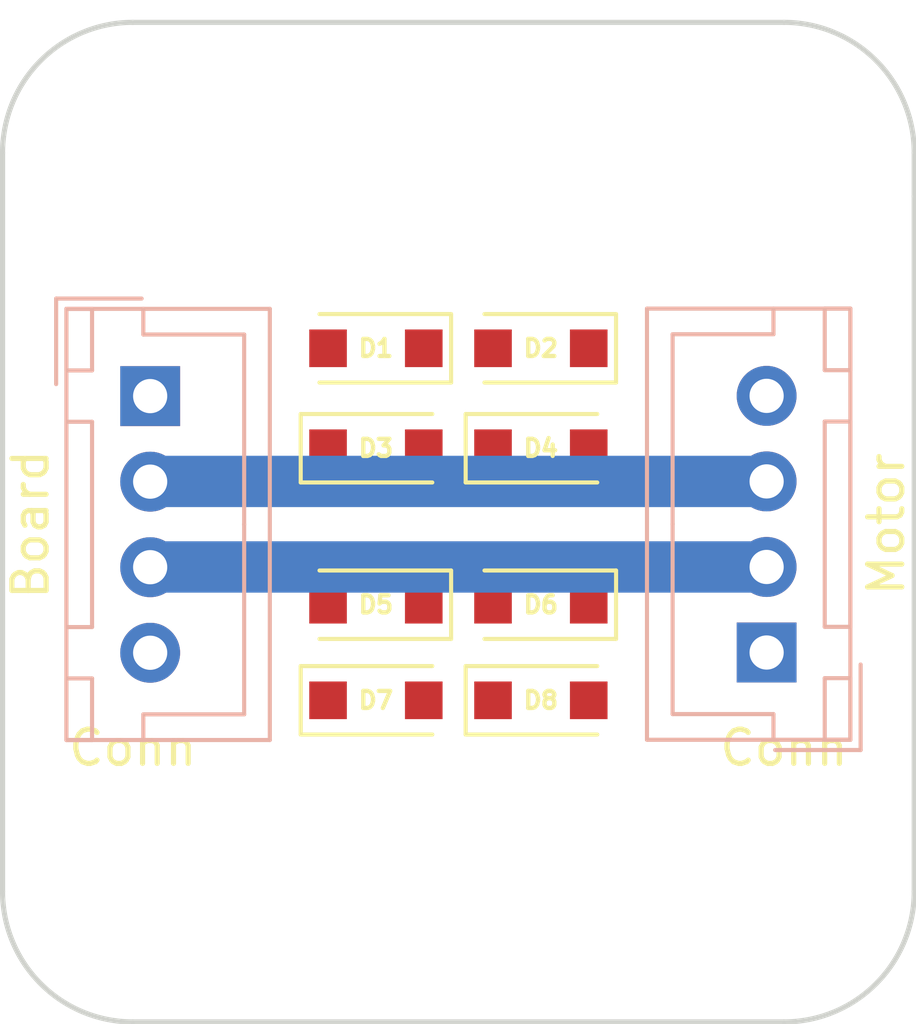
<source format=kicad_pcb>
(kicad_pcb (version 4) (host pcbnew 4.0.6)

  (general
    (links 14)
    (no_connects 14)
    (area 125.654999 52.075 152.557 83.915)
    (thickness 1.6)
    (drawings 9)
    (tracks 4)
    (zones 0)
    (modules 14)
    (nets 11)
  )

  (page A4)
  (layers
    (0 F.Cu signal)
    (31 B.Cu signal)
    (32 B.Adhes user)
    (33 F.Adhes user)
    (34 B.Paste user)
    (35 F.Paste user)
    (36 B.SilkS user)
    (37 F.SilkS user)
    (38 B.Mask user)
    (39 F.Mask user)
    (40 Dwgs.User user)
    (41 Cmts.User user)
    (42 Eco1.User user)
    (43 Eco2.User user)
    (44 Edge.Cuts user)
    (45 Margin user)
    (46 B.CrtYd user)
    (47 F.CrtYd user)
    (48 B.Fab user hide)
    (49 F.Fab user hide)
  )

  (setup
    (last_trace_width 1.5)
    (user_trace_width 1)
    (user_trace_width 1.5)
    (trace_clearance 0.1)
    (zone_clearance 0.508)
    (zone_45_only no)
    (trace_min 0.2)
    (segment_width 0.2)
    (edge_width 0.15)
    (via_size 0.8)
    (via_drill 0.4)
    (via_min_size 0.4)
    (via_min_drill 0.3)
    (uvia_size 0.3)
    (uvia_drill 0.1)
    (uvias_allowed yes)
    (uvia_min_size 0.2)
    (uvia_min_drill 0.1)
    (pcb_text_width 0.3)
    (pcb_text_size 1.5 1.5)
    (mod_edge_width 0.15)
    (mod_text_size 1 1)
    (mod_text_width 0.15)
    (pad_size 1.524 1.524)
    (pad_drill 0.762)
    (pad_to_mask_clearance 0.2)
    (aux_axis_origin 0 0)
    (visible_elements 7FFFFFFF)
    (pcbplotparams
      (layerselection 0x00030_ffffffff)
      (usegerberextensions false)
      (excludeedgelayer true)
      (linewidth 0.100000)
      (plotframeref false)
      (viasonmask false)
      (mode 1)
      (useauxorigin false)
      (hpglpennumber 1)
      (hpglpenspeed 20)
      (hpglpendiameter 15)
      (hpglpenoverlay 2)
      (psnegative false)
      (psa4output false)
      (plotreference true)
      (plotvalue true)
      (plotinvisibletext false)
      (padsonsilk false)
      (subtractmaskfromsilk false)
      (outputformat 1)
      (mirror false)
      (drillshape 1)
      (scaleselection 1)
      (outputdirectory ""))
  )

  (net 0 "")
  (net 1 "Net-(D1-Pad2)")
  (net 2 "Net-(D2-Pad1)")
  (net 3 "Net-(D5-Pad1)")
  (net 4 "Net-(D6-Pad2)")
  (net 5 "Net-(J1-Pad3)")
  (net 6 "Net-(J1-Pad2)")
  (net 7 "Net-(D1-Pad1)")
  (net 8 "Net-(D3-Pad2)")
  (net 9 "Net-(D5-Pad2)")
  (net 10 "Net-(D7-Pad1)")

  (net_class Default "Questo è il gruppo di collegamenti predefinito"
    (clearance 0.1)
    (trace_width 0.25)
    (via_dia 0.8)
    (via_drill 0.4)
    (uvia_dia 0.3)
    (uvia_drill 0.1)
    (add_net "Net-(D1-Pad1)")
    (add_net "Net-(D1-Pad2)")
    (add_net "Net-(D2-Pad1)")
    (add_net "Net-(D3-Pad2)")
    (add_net "Net-(D5-Pad1)")
    (add_net "Net-(D5-Pad2)")
    (add_net "Net-(D6-Pad2)")
    (add_net "Net-(D7-Pad1)")
    (add_net "Net-(J1-Pad2)")
    (add_net "Net-(J1-Pad3)")
  )

  (module Diodes_SMD:D_SOD-123F (layer F.Cu) (tedit 5AA04AEB) (tstamp 5AA04649)
    (at 141.478 70.358 180)
    (descr D_SOD-123F)
    (tags D_SOD-123F)
    (path /5AA1E5E7)
    (attr smd)
    (fp_text reference D6 (at 0 0 180) (layer F.SilkS)
      (effects (font (size 0.5 0.5) (thickness 0.125)))
    )
    (fp_text value D (at 0 2.1 180) (layer F.Fab)
      (effects (font (size 1 1) (thickness 0.15)))
    )
    (fp_text user %R (at -0.127 -1.905 180) (layer F.Fab)
      (effects (font (size 1 1) (thickness 0.15)))
    )
    (fp_line (start -2.2 -1) (end -2.2 1) (layer F.SilkS) (width 0.12))
    (fp_line (start 0.25 0) (end 0.75 0) (layer F.Fab) (width 0.1))
    (fp_line (start 0.25 0.4) (end -0.35 0) (layer F.Fab) (width 0.1))
    (fp_line (start 0.25 -0.4) (end 0.25 0.4) (layer F.Fab) (width 0.1))
    (fp_line (start -0.35 0) (end 0.25 -0.4) (layer F.Fab) (width 0.1))
    (fp_line (start -0.35 0) (end -0.35 0.55) (layer F.Fab) (width 0.1))
    (fp_line (start -0.35 0) (end -0.35 -0.55) (layer F.Fab) (width 0.1))
    (fp_line (start -0.75 0) (end -0.35 0) (layer F.Fab) (width 0.1))
    (fp_line (start -1.4 0.9) (end -1.4 -0.9) (layer F.Fab) (width 0.1))
    (fp_line (start 1.4 0.9) (end -1.4 0.9) (layer F.Fab) (width 0.1))
    (fp_line (start 1.4 -0.9) (end 1.4 0.9) (layer F.Fab) (width 0.1))
    (fp_line (start -1.4 -0.9) (end 1.4 -0.9) (layer F.Fab) (width 0.1))
    (fp_line (start -2.2 -1.15) (end 2.2 -1.15) (layer F.CrtYd) (width 0.05))
    (fp_line (start 2.2 -1.15) (end 2.2 1.15) (layer F.CrtYd) (width 0.05))
    (fp_line (start 2.2 1.15) (end -2.2 1.15) (layer F.CrtYd) (width 0.05))
    (fp_line (start -2.2 -1.15) (end -2.2 1.15) (layer F.CrtYd) (width 0.05))
    (fp_line (start -2.2 1) (end 1.65 1) (layer F.SilkS) (width 0.12))
    (fp_line (start -2.2 -1) (end 1.65 -1) (layer F.SilkS) (width 0.12))
    (pad 1 smd rect (at -1.4 0 180) (size 1.1 1.1) (layers F.Cu F.Paste F.Mask)
      (net 9 "Net-(D5-Pad2)"))
    (pad 2 smd rect (at 1.4 0 180) (size 1.1 1.1) (layers F.Cu F.Paste F.Mask)
      (net 4 "Net-(D6-Pad2)"))
    (model ${KISYS3DMOD}/Diodes_SMD.3dshapes/D_SOD-123F.wrl
      (at (xyz 0 0 0))
      (scale (xyz 1 1 1))
      (rotate (xyz 0 0 0))
    )
  )

  (module Connectors_JST:JST_XH_B04B-XH-A_04x2.50mm_Straight (layer B.Cu) (tedit 5AA04C4D) (tstamp 5A9D87E7)
    (at 130.048 64.262 270)
    (descr "JST XH series connector, B04B-XH-A, top entry type, through hole")
    (tags "connector jst xh tht top vertical 2.50mm")
    (path /5AA1DEAE)
    (fp_text reference Board (at 3.75 3.5 450) (layer F.SilkS)
      (effects (font (size 1 1) (thickness 0.15)))
    )
    (fp_text value CONN_01X04 (at 3.75 -4.5 270) (layer B.Fab)
      (effects (font (size 0.5 0.5) (thickness 0.125)) (justify mirror))
    )
    (fp_text user %R (at 3.75 -2.5 270) (layer B.Fab)
      (effects (font (size 1 1) (thickness 0.15)) (justify mirror))
    )
    (fp_line (start -2.85 2.75) (end -2.85 0.25) (layer B.Fab) (width 0.1))
    (fp_line (start -0.35 2.75) (end -2.85 2.75) (layer B.Fab) (width 0.1))
    (fp_line (start -2.85 2.75) (end -2.85 0.25) (layer B.SilkS) (width 0.12))
    (fp_line (start -0.35 2.75) (end -2.85 2.75) (layer B.SilkS) (width 0.12))
    (fp_line (start 9.3 -2.75) (end 3.75 -2.75) (layer B.SilkS) (width 0.12))
    (fp_line (start 9.3 0.2) (end 9.3 -2.75) (layer B.SilkS) (width 0.12))
    (fp_line (start 10.05 0.2) (end 9.3 0.2) (layer B.SilkS) (width 0.12))
    (fp_line (start -1.8 -2.75) (end 3.75 -2.75) (layer B.SilkS) (width 0.12))
    (fp_line (start -1.8 0.2) (end -1.8 -2.75) (layer B.SilkS) (width 0.12))
    (fp_line (start -2.55 0.2) (end -1.8 0.2) (layer B.SilkS) (width 0.12))
    (fp_line (start 10.05 2.45) (end 8.25 2.45) (layer B.SilkS) (width 0.12))
    (fp_line (start 10.05 1.7) (end 10.05 2.45) (layer B.SilkS) (width 0.12))
    (fp_line (start 8.25 1.7) (end 10.05 1.7) (layer B.SilkS) (width 0.12))
    (fp_line (start 8.25 2.45) (end 8.25 1.7) (layer B.SilkS) (width 0.12))
    (fp_line (start -0.75 2.45) (end -2.55 2.45) (layer B.SilkS) (width 0.12))
    (fp_line (start -0.75 1.7) (end -0.75 2.45) (layer B.SilkS) (width 0.12))
    (fp_line (start -2.55 1.7) (end -0.75 1.7) (layer B.SilkS) (width 0.12))
    (fp_line (start -2.55 2.45) (end -2.55 1.7) (layer B.SilkS) (width 0.12))
    (fp_line (start 6.75 2.45) (end 0.75 2.45) (layer B.SilkS) (width 0.12))
    (fp_line (start 6.75 1.7) (end 6.75 2.45) (layer B.SilkS) (width 0.12))
    (fp_line (start 0.75 1.7) (end 6.75 1.7) (layer B.SilkS) (width 0.12))
    (fp_line (start 0.75 2.45) (end 0.75 1.7) (layer B.SilkS) (width 0.12))
    (fp_line (start 10.05 2.45) (end -2.55 2.45) (layer B.SilkS) (width 0.12))
    (fp_line (start 10.05 -3.5) (end 10.05 2.45) (layer B.SilkS) (width 0.12))
    (fp_line (start -2.55 -3.5) (end 10.05 -3.5) (layer B.SilkS) (width 0.12))
    (fp_line (start -2.55 2.45) (end -2.55 -3.5) (layer B.SilkS) (width 0.12))
    (fp_line (start 10.45 2.85) (end -2.95 2.85) (layer B.CrtYd) (width 0.05))
    (fp_line (start 10.45 -3.9) (end 10.45 2.85) (layer B.CrtYd) (width 0.05))
    (fp_line (start -2.95 -3.9) (end 10.45 -3.9) (layer B.CrtYd) (width 0.05))
    (fp_line (start -2.95 2.85) (end -2.95 -3.9) (layer B.CrtYd) (width 0.05))
    (fp_line (start 9.95 2.35) (end -2.45 2.35) (layer B.Fab) (width 0.1))
    (fp_line (start 9.95 -3.4) (end 9.95 2.35) (layer B.Fab) (width 0.1))
    (fp_line (start -2.45 -3.4) (end 9.95 -3.4) (layer B.Fab) (width 0.1))
    (fp_line (start -2.45 2.35) (end -2.45 -3.4) (layer B.Fab) (width 0.1))
    (pad 4 thru_hole circle (at 7.5 0 270) (size 1.75 1.75) (drill 1) (layers *.Cu *.Mask)
      (net 1 "Net-(D1-Pad2)"))
    (pad 3 thru_hole circle (at 5 0 270) (size 1.75 1.75) (drill 1) (layers *.Cu *.Mask)
      (net 5 "Net-(J1-Pad3)"))
    (pad 2 thru_hole circle (at 2.5 0 270) (size 1.75 1.75) (drill 1) (layers *.Cu *.Mask)
      (net 6 "Net-(J1-Pad2)"))
    (pad 1 thru_hole rect (at 0 0 270) (size 1.75 1.75) (drill 1) (layers *.Cu *.Mask)
      (net 3 "Net-(D5-Pad1)"))
    (model Connectors_JST.3dshapes/JST_XH_B04B-XH-A_04x2.50mm_Straight.wrl
      (at (xyz 0 0 0))
      (scale (xyz 1 1 1))
      (rotate (xyz 0 0 0))
    )
  )

  (module Mounting_Holes:MountingHole_3.2mm_M3 (layer F.Cu) (tedit 5A9D1AEB) (tstamp 5A9D9195)
    (at 129.54 57.15)
    (descr "Mounting Hole 3.2mm, no annular, M3")
    (tags "mounting hole 3.2mm no annular m3")
    (attr virtual)
    (fp_text reference "" (at 0 -4.2) (layer F.SilkS)
      (effects (font (size 1 1) (thickness 0.15)))
    )
    (fp_text value "" (at 0 4.2) (layer F.Fab)
      (effects (font (size 1 1) (thickness 0.15)))
    )
    (fp_circle (center 0 0) (end 3.45 0) (layer F.CrtYd) (width 0.05))
    (fp_circle (center 0 0) (end 3.2 0) (layer Cmts.User) (width 0.15))
    (fp_text user %R (at 0.3 0) (layer F.Fab)
      (effects (font (size 1 1) (thickness 0.15)))
    )
    (pad 1 np_thru_hole circle (at 0 0) (size 3.2 3.2) (drill 3.2) (layers *.Cu *.Mask))
  )

  (module Mounting_Holes:MountingHole_3.2mm_M3 (layer F.Cu) (tedit 5A9D1AE6) (tstamp 5A9D918E)
    (at 148.59 57.15)
    (descr "Mounting Hole 3.2mm, no annular, M3")
    (tags "mounting hole 3.2mm no annular m3")
    (attr virtual)
    (fp_text reference "" (at 0 -4.2) (layer F.SilkS)
      (effects (font (size 1 1) (thickness 0.15)))
    )
    (fp_text value "" (at 0 4.2) (layer F.Fab)
      (effects (font (size 1 1) (thickness 0.15)))
    )
    (fp_text user %R (at 0.3 0) (layer F.Fab)
      (effects (font (size 1 1) (thickness 0.15)))
    )
    (fp_circle (center 0 0) (end 3.2 0) (layer Cmts.User) (width 0.15))
    (fp_circle (center 0 0) (end 3.45 0) (layer F.CrtYd) (width 0.05))
    (pad 1 np_thru_hole circle (at 0 0) (size 3.2 3.2) (drill 3.2) (layers *.Cu *.Mask))
  )

  (module Mounting_Holes:MountingHole_3.2mm_M3 (layer F.Cu) (tedit 5A9D1ACC) (tstamp 5A9D9184)
    (at 148.59 78.74)
    (descr "Mounting Hole 3.2mm, no annular, M3")
    (tags "mounting hole 3.2mm no annular m3")
    (attr virtual)
    (fp_text reference Conn (at 0 -4.2) (layer F.SilkS)
      (effects (font (size 1 1) (thickness 0.15)))
    )
    (fp_text value "" (at 0 4.2) (layer F.Fab)
      (effects (font (size 1 0.5) (thickness 0.125)))
    )
    (fp_circle (center 0 0) (end 3.45 0) (layer F.CrtYd) (width 0.05))
    (fp_circle (center 0 0) (end 3.2 0) (layer Cmts.User) (width 0.15))
    (fp_text user %R (at 0.3 0) (layer F.Fab)
      (effects (font (size 1 1) (thickness 0.15)))
    )
    (pad 1 np_thru_hole circle (at 0 0) (size 3.2 3.2) (drill 3.2) (layers *.Cu *.Mask))
  )

  (module Mounting_Holes:MountingHole_3.2mm_M3 (layer F.Cu) (tedit 5A9D1AD3) (tstamp 5A9D9181)
    (at 129.54 78.74)
    (descr "Mounting Hole 3.2mm, no annular, M3")
    (tags "mounting hole 3.2mm no annular m3")
    (attr virtual)
    (fp_text reference Conn (at 0 -4.2) (layer F.SilkS)
      (effects (font (size 1 1) (thickness 0.15)))
    )
    (fp_text value "" (at 0 4.2) (layer F.Fab)
      (effects (font (size 1 1) (thickness 0.15)))
    )
    (fp_text user %R (at 0.3 0) (layer F.Fab)
      (effects (font (size 1 1) (thickness 0.15)))
    )
    (fp_circle (center 0 0) (end 3.2 0) (layer Cmts.User) (width 0.15))
    (fp_circle (center 0 0) (end 3.45 0) (layer F.CrtYd) (width 0.05))
    (pad 1 np_thru_hole circle (at 0 0) (size 3.2 3.2) (drill 3.2) (layers *.Cu *.Mask))
  )

  (module Connectors_JST:JST_XH_B04B-XH-A_04x2.50mm_Straight (layer B.Cu) (tedit 5AA04C29) (tstamp 5A9D8812)
    (at 148.082 71.755 90)
    (descr "JST XH series connector, B04B-XH-A, top entry type, through hole")
    (tags "connector jst xh tht top vertical 2.50mm")
    (path /5AA1DEED)
    (fp_text reference Motor (at 3.75 3.5 90) (layer F.SilkS)
      (effects (font (size 1 1) (thickness 0.15)))
    )
    (fp_text value CONN_01X04 (at 3.75 -4.5 90) (layer B.Fab)
      (effects (font (size 0.5 0.5) (thickness 0.125)) (justify mirror))
    )
    (fp_text user %R (at 3.75 -2.5 90) (layer B.Fab)
      (effects (font (size 1 1) (thickness 0.15)) (justify mirror))
    )
    (fp_line (start -2.85 2.75) (end -2.85 0.25) (layer B.Fab) (width 0.1))
    (fp_line (start -0.35 2.75) (end -2.85 2.75) (layer B.Fab) (width 0.1))
    (fp_line (start -2.85 2.75) (end -2.85 0.25) (layer B.SilkS) (width 0.12))
    (fp_line (start -0.35 2.75) (end -2.85 2.75) (layer B.SilkS) (width 0.12))
    (fp_line (start 9.3 -2.75) (end 3.75 -2.75) (layer B.SilkS) (width 0.12))
    (fp_line (start 9.3 0.2) (end 9.3 -2.75) (layer B.SilkS) (width 0.12))
    (fp_line (start 10.05 0.2) (end 9.3 0.2) (layer B.SilkS) (width 0.12))
    (fp_line (start -1.8 -2.75) (end 3.75 -2.75) (layer B.SilkS) (width 0.12))
    (fp_line (start -1.8 0.2) (end -1.8 -2.75) (layer B.SilkS) (width 0.12))
    (fp_line (start -2.55 0.2) (end -1.8 0.2) (layer B.SilkS) (width 0.12))
    (fp_line (start 10.05 2.45) (end 8.25 2.45) (layer B.SilkS) (width 0.12))
    (fp_line (start 10.05 1.7) (end 10.05 2.45) (layer B.SilkS) (width 0.12))
    (fp_line (start 8.25 1.7) (end 10.05 1.7) (layer B.SilkS) (width 0.12))
    (fp_line (start 8.25 2.45) (end 8.25 1.7) (layer B.SilkS) (width 0.12))
    (fp_line (start -0.75 2.45) (end -2.55 2.45) (layer B.SilkS) (width 0.12))
    (fp_line (start -0.75 1.7) (end -0.75 2.45) (layer B.SilkS) (width 0.12))
    (fp_line (start -2.55 1.7) (end -0.75 1.7) (layer B.SilkS) (width 0.12))
    (fp_line (start -2.55 2.45) (end -2.55 1.7) (layer B.SilkS) (width 0.12))
    (fp_line (start 6.75 2.45) (end 0.75 2.45) (layer B.SilkS) (width 0.12))
    (fp_line (start 6.75 1.7) (end 6.75 2.45) (layer B.SilkS) (width 0.12))
    (fp_line (start 0.75 1.7) (end 6.75 1.7) (layer B.SilkS) (width 0.12))
    (fp_line (start 0.75 2.45) (end 0.75 1.7) (layer B.SilkS) (width 0.12))
    (fp_line (start 10.05 2.45) (end -2.55 2.45) (layer B.SilkS) (width 0.12))
    (fp_line (start 10.05 -3.5) (end 10.05 2.45) (layer B.SilkS) (width 0.12))
    (fp_line (start -2.55 -3.5) (end 10.05 -3.5) (layer B.SilkS) (width 0.12))
    (fp_line (start -2.55 2.45) (end -2.55 -3.5) (layer B.SilkS) (width 0.12))
    (fp_line (start 10.45 2.85) (end -2.95 2.85) (layer B.CrtYd) (width 0.05))
    (fp_line (start 10.45 -3.9) (end 10.45 2.85) (layer B.CrtYd) (width 0.05))
    (fp_line (start -2.95 -3.9) (end 10.45 -3.9) (layer B.CrtYd) (width 0.05))
    (fp_line (start -2.95 2.85) (end -2.95 -3.9) (layer B.CrtYd) (width 0.05))
    (fp_line (start 9.95 2.35) (end -2.45 2.35) (layer B.Fab) (width 0.1))
    (fp_line (start 9.95 -3.4) (end 9.95 2.35) (layer B.Fab) (width 0.1))
    (fp_line (start -2.45 -3.4) (end 9.95 -3.4) (layer B.Fab) (width 0.1))
    (fp_line (start -2.45 2.35) (end -2.45 -3.4) (layer B.Fab) (width 0.1))
    (pad 4 thru_hole circle (at 7.5 0 90) (size 1.75 1.75) (drill 1) (layers *.Cu *.Mask)
      (net 4 "Net-(D6-Pad2)"))
    (pad 3 thru_hole circle (at 5 0 90) (size 1.75 1.75) (drill 1) (layers *.Cu *.Mask)
      (net 6 "Net-(J1-Pad2)"))
    (pad 2 thru_hole circle (at 2.5 0 90) (size 1.75 1.75) (drill 1) (layers *.Cu *.Mask)
      (net 5 "Net-(J1-Pad3)"))
    (pad 1 thru_hole rect (at 0 0 90) (size 1.75 1.75) (drill 1) (layers *.Cu *.Mask)
      (net 2 "Net-(D2-Pad1)"))
    (model Connectors_JST.3dshapes/JST_XH_B04B-XH-A_04x2.50mm_Straight.wrl
      (at (xyz 0 0 0))
      (scale (xyz 1 1 1))
      (rotate (xyz 0 0 0))
    )
  )

  (module Diodes_SMD:D_SOD-123F (layer F.Cu) (tedit 5AA04B2C) (tstamp 5AA045CC)
    (at 136.652 62.865 180)
    (descr D_SOD-123F)
    (tags D_SOD-123F)
    (path /5AA1DF2C)
    (attr smd)
    (fp_text reference D1 (at 0 0 180) (layer F.SilkS)
      (effects (font (size 0.5 0.5) (thickness 0.125)))
    )
    (fp_text value D (at 0 2.1 180) (layer F.Fab)
      (effects (font (size 1 1) (thickness 0.15)))
    )
    (fp_text user %R (at -0.127 -1.905 180) (layer F.Fab)
      (effects (font (size 1 1) (thickness 0.15)))
    )
    (fp_line (start -2.2 -1) (end -2.2 1) (layer F.SilkS) (width 0.12))
    (fp_line (start 0.25 0) (end 0.75 0) (layer F.Fab) (width 0.1))
    (fp_line (start 0.25 0.4) (end -0.35 0) (layer F.Fab) (width 0.1))
    (fp_line (start 0.25 -0.4) (end 0.25 0.4) (layer F.Fab) (width 0.1))
    (fp_line (start -0.35 0) (end 0.25 -0.4) (layer F.Fab) (width 0.1))
    (fp_line (start -0.35 0) (end -0.35 0.55) (layer F.Fab) (width 0.1))
    (fp_line (start -0.35 0) (end -0.35 -0.55) (layer F.Fab) (width 0.1))
    (fp_line (start -0.75 0) (end -0.35 0) (layer F.Fab) (width 0.1))
    (fp_line (start -1.4 0.9) (end -1.4 -0.9) (layer F.Fab) (width 0.1))
    (fp_line (start 1.4 0.9) (end -1.4 0.9) (layer F.Fab) (width 0.1))
    (fp_line (start 1.4 -0.9) (end 1.4 0.9) (layer F.Fab) (width 0.1))
    (fp_line (start -1.4 -0.9) (end 1.4 -0.9) (layer F.Fab) (width 0.1))
    (fp_line (start -2.2 -1.15) (end 2.2 -1.15) (layer F.CrtYd) (width 0.05))
    (fp_line (start 2.2 -1.15) (end 2.2 1.15) (layer F.CrtYd) (width 0.05))
    (fp_line (start 2.2 1.15) (end -2.2 1.15) (layer F.CrtYd) (width 0.05))
    (fp_line (start -2.2 -1.15) (end -2.2 1.15) (layer F.CrtYd) (width 0.05))
    (fp_line (start -2.2 1) (end 1.65 1) (layer F.SilkS) (width 0.12))
    (fp_line (start -2.2 -1) (end 1.65 -1) (layer F.SilkS) (width 0.12))
    (pad 1 smd rect (at -1.4 0 180) (size 1.1 1.1) (layers F.Cu F.Paste F.Mask)
      (net 7 "Net-(D1-Pad1)"))
    (pad 2 smd rect (at 1.4 0 180) (size 1.1 1.1) (layers F.Cu F.Paste F.Mask)
      (net 1 "Net-(D1-Pad2)"))
    (model ${KISYS3DMOD}/Diodes_SMD.3dshapes/D_SOD-123F.wrl
      (at (xyz 0 0 0))
      (scale (xyz 1 1 1))
      (rotate (xyz 0 0 0))
    )
  )

  (module Diodes_SMD:D_SOD-123F (layer F.Cu) (tedit 5AA04A25) (tstamp 5AA045E5)
    (at 141.478 62.865 180)
    (descr D_SOD-123F)
    (tags D_SOD-123F)
    (path /5AA1DF5C)
    (attr smd)
    (fp_text reference D2 (at 0 0 180) (layer F.SilkS)
      (effects (font (size 0.5 0.5) (thickness 0.125)))
    )
    (fp_text value D (at 0 2.1 180) (layer F.Fab)
      (effects (font (size 1 1) (thickness 0.15)))
    )
    (fp_text user %R (at -0.127 -1.905 180) (layer F.Fab)
      (effects (font (size 1 1) (thickness 0.15)))
    )
    (fp_line (start -2.2 -1) (end -2.2 1) (layer F.SilkS) (width 0.12))
    (fp_line (start 0.25 0) (end 0.75 0) (layer F.Fab) (width 0.1))
    (fp_line (start 0.25 0.4) (end -0.35 0) (layer F.Fab) (width 0.1))
    (fp_line (start 0.25 -0.4) (end 0.25 0.4) (layer F.Fab) (width 0.1))
    (fp_line (start -0.35 0) (end 0.25 -0.4) (layer F.Fab) (width 0.1))
    (fp_line (start -0.35 0) (end -0.35 0.55) (layer F.Fab) (width 0.1))
    (fp_line (start -0.35 0) (end -0.35 -0.55) (layer F.Fab) (width 0.1))
    (fp_line (start -0.75 0) (end -0.35 0) (layer F.Fab) (width 0.1))
    (fp_line (start -1.4 0.9) (end -1.4 -0.9) (layer F.Fab) (width 0.1))
    (fp_line (start 1.4 0.9) (end -1.4 0.9) (layer F.Fab) (width 0.1))
    (fp_line (start 1.4 -0.9) (end 1.4 0.9) (layer F.Fab) (width 0.1))
    (fp_line (start -1.4 -0.9) (end 1.4 -0.9) (layer F.Fab) (width 0.1))
    (fp_line (start -2.2 -1.15) (end 2.2 -1.15) (layer F.CrtYd) (width 0.05))
    (fp_line (start 2.2 -1.15) (end 2.2 1.15) (layer F.CrtYd) (width 0.05))
    (fp_line (start 2.2 1.15) (end -2.2 1.15) (layer F.CrtYd) (width 0.05))
    (fp_line (start -2.2 -1.15) (end -2.2 1.15) (layer F.CrtYd) (width 0.05))
    (fp_line (start -2.2 1) (end 1.65 1) (layer F.SilkS) (width 0.12))
    (fp_line (start -2.2 -1) (end 1.65 -1) (layer F.SilkS) (width 0.12))
    (pad 1 smd rect (at -1.4 0 180) (size 1.1 1.1) (layers F.Cu F.Paste F.Mask)
      (net 2 "Net-(D2-Pad1)"))
    (pad 2 smd rect (at 1.4 0 180) (size 1.1 1.1) (layers F.Cu F.Paste F.Mask)
      (net 7 "Net-(D1-Pad1)"))
    (model ${KISYS3DMOD}/Diodes_SMD.3dshapes/D_SOD-123F.wrl
      (at (xyz 0 0 0))
      (scale (xyz 1 1 1))
      (rotate (xyz 0 0 0))
    )
  )

  (module Diodes_SMD:D_SOD-123F (layer F.Cu) (tedit 5AA04B34) (tstamp 5AA045FE)
    (at 136.652 65.786)
    (descr D_SOD-123F)
    (tags D_SOD-123F)
    (path /5AA1E038)
    (attr smd)
    (fp_text reference D3 (at 0 0) (layer F.SilkS)
      (effects (font (size 0.5 0.5) (thickness 0.125)))
    )
    (fp_text value D (at 0 2.1) (layer F.Fab)
      (effects (font (size 1 1) (thickness 0.15)))
    )
    (fp_text user %R (at -0.127 -1.905) (layer F.Fab)
      (effects (font (size 1 1) (thickness 0.15)))
    )
    (fp_line (start -2.2 -1) (end -2.2 1) (layer F.SilkS) (width 0.12))
    (fp_line (start 0.25 0) (end 0.75 0) (layer F.Fab) (width 0.1))
    (fp_line (start 0.25 0.4) (end -0.35 0) (layer F.Fab) (width 0.1))
    (fp_line (start 0.25 -0.4) (end 0.25 0.4) (layer F.Fab) (width 0.1))
    (fp_line (start -0.35 0) (end 0.25 -0.4) (layer F.Fab) (width 0.1))
    (fp_line (start -0.35 0) (end -0.35 0.55) (layer F.Fab) (width 0.1))
    (fp_line (start -0.35 0) (end -0.35 -0.55) (layer F.Fab) (width 0.1))
    (fp_line (start -0.75 0) (end -0.35 0) (layer F.Fab) (width 0.1))
    (fp_line (start -1.4 0.9) (end -1.4 -0.9) (layer F.Fab) (width 0.1))
    (fp_line (start 1.4 0.9) (end -1.4 0.9) (layer F.Fab) (width 0.1))
    (fp_line (start 1.4 -0.9) (end 1.4 0.9) (layer F.Fab) (width 0.1))
    (fp_line (start -1.4 -0.9) (end 1.4 -0.9) (layer F.Fab) (width 0.1))
    (fp_line (start -2.2 -1.15) (end 2.2 -1.15) (layer F.CrtYd) (width 0.05))
    (fp_line (start 2.2 -1.15) (end 2.2 1.15) (layer F.CrtYd) (width 0.05))
    (fp_line (start 2.2 1.15) (end -2.2 1.15) (layer F.CrtYd) (width 0.05))
    (fp_line (start -2.2 -1.15) (end -2.2 1.15) (layer F.CrtYd) (width 0.05))
    (fp_line (start -2.2 1) (end 1.65 1) (layer F.SilkS) (width 0.12))
    (fp_line (start -2.2 -1) (end 1.65 -1) (layer F.SilkS) (width 0.12))
    (pad 1 smd rect (at -1.4 0) (size 1.1 1.1) (layers F.Cu F.Paste F.Mask)
      (net 1 "Net-(D1-Pad2)"))
    (pad 2 smd rect (at 1.4 0) (size 1.1 1.1) (layers F.Cu F.Paste F.Mask)
      (net 8 "Net-(D3-Pad2)"))
    (model ${KISYS3DMOD}/Diodes_SMD.3dshapes/D_SOD-123F.wrl
      (at (xyz 0 0 0))
      (scale (xyz 1 1 1))
      (rotate (xyz 0 0 0))
    )
  )

  (module Diodes_SMD:D_SOD-123F (layer F.Cu) (tedit 5AA04A3F) (tstamp 5AA04617)
    (at 141.478 65.786)
    (descr D_SOD-123F)
    (tags D_SOD-123F)
    (path /5AA1E032)
    (attr smd)
    (fp_text reference D4 (at 0 0) (layer F.SilkS)
      (effects (font (size 0.5 0.5) (thickness 0.125)))
    )
    (fp_text value D (at 0 2.1) (layer F.Fab)
      (effects (font (size 1 1) (thickness 0.15)))
    )
    (fp_text user %R (at -0.127 -1.905) (layer F.Fab)
      (effects (font (size 1 1) (thickness 0.15)))
    )
    (fp_line (start -2.2 -1) (end -2.2 1) (layer F.SilkS) (width 0.12))
    (fp_line (start 0.25 0) (end 0.75 0) (layer F.Fab) (width 0.1))
    (fp_line (start 0.25 0.4) (end -0.35 0) (layer F.Fab) (width 0.1))
    (fp_line (start 0.25 -0.4) (end 0.25 0.4) (layer F.Fab) (width 0.1))
    (fp_line (start -0.35 0) (end 0.25 -0.4) (layer F.Fab) (width 0.1))
    (fp_line (start -0.35 0) (end -0.35 0.55) (layer F.Fab) (width 0.1))
    (fp_line (start -0.35 0) (end -0.35 -0.55) (layer F.Fab) (width 0.1))
    (fp_line (start -0.75 0) (end -0.35 0) (layer F.Fab) (width 0.1))
    (fp_line (start -1.4 0.9) (end -1.4 -0.9) (layer F.Fab) (width 0.1))
    (fp_line (start 1.4 0.9) (end -1.4 0.9) (layer F.Fab) (width 0.1))
    (fp_line (start 1.4 -0.9) (end 1.4 0.9) (layer F.Fab) (width 0.1))
    (fp_line (start -1.4 -0.9) (end 1.4 -0.9) (layer F.Fab) (width 0.1))
    (fp_line (start -2.2 -1.15) (end 2.2 -1.15) (layer F.CrtYd) (width 0.05))
    (fp_line (start 2.2 -1.15) (end 2.2 1.15) (layer F.CrtYd) (width 0.05))
    (fp_line (start 2.2 1.15) (end -2.2 1.15) (layer F.CrtYd) (width 0.05))
    (fp_line (start -2.2 -1.15) (end -2.2 1.15) (layer F.CrtYd) (width 0.05))
    (fp_line (start -2.2 1) (end 1.65 1) (layer F.SilkS) (width 0.12))
    (fp_line (start -2.2 -1) (end 1.65 -1) (layer F.SilkS) (width 0.12))
    (pad 1 smd rect (at -1.4 0) (size 1.1 1.1) (layers F.Cu F.Paste F.Mask)
      (net 8 "Net-(D3-Pad2)"))
    (pad 2 smd rect (at 1.4 0) (size 1.1 1.1) (layers F.Cu F.Paste F.Mask)
      (net 2 "Net-(D2-Pad1)"))
    (model ${KISYS3DMOD}/Diodes_SMD.3dshapes/D_SOD-123F.wrl
      (at (xyz 0 0 0))
      (scale (xyz 1 1 1))
      (rotate (xyz 0 0 0))
    )
  )

  (module Diodes_SMD:D_SOD-123F (layer F.Cu) (tedit 5AA04B0C) (tstamp 5AA04630)
    (at 136.652 70.358 180)
    (descr D_SOD-123F)
    (tags D_SOD-123F)
    (path /5AA1E5ED)
    (attr smd)
    (fp_text reference D5 (at 0 0 180) (layer F.SilkS)
      (effects (font (size 0.5 0.5) (thickness 0.125)))
    )
    (fp_text value D (at 0 2.1 180) (layer F.Fab)
      (effects (font (size 1 1) (thickness 0.15)))
    )
    (fp_text user %R (at -0.127 -1.905 180) (layer F.Fab)
      (effects (font (size 1 1) (thickness 0.15)))
    )
    (fp_line (start -2.2 -1) (end -2.2 1) (layer F.SilkS) (width 0.12))
    (fp_line (start 0.25 0) (end 0.75 0) (layer F.Fab) (width 0.1))
    (fp_line (start 0.25 0.4) (end -0.35 0) (layer F.Fab) (width 0.1))
    (fp_line (start 0.25 -0.4) (end 0.25 0.4) (layer F.Fab) (width 0.1))
    (fp_line (start -0.35 0) (end 0.25 -0.4) (layer F.Fab) (width 0.1))
    (fp_line (start -0.35 0) (end -0.35 0.55) (layer F.Fab) (width 0.1))
    (fp_line (start -0.35 0) (end -0.35 -0.55) (layer F.Fab) (width 0.1))
    (fp_line (start -0.75 0) (end -0.35 0) (layer F.Fab) (width 0.1))
    (fp_line (start -1.4 0.9) (end -1.4 -0.9) (layer F.Fab) (width 0.1))
    (fp_line (start 1.4 0.9) (end -1.4 0.9) (layer F.Fab) (width 0.1))
    (fp_line (start 1.4 -0.9) (end 1.4 0.9) (layer F.Fab) (width 0.1))
    (fp_line (start -1.4 -0.9) (end 1.4 -0.9) (layer F.Fab) (width 0.1))
    (fp_line (start -2.2 -1.15) (end 2.2 -1.15) (layer F.CrtYd) (width 0.05))
    (fp_line (start 2.2 -1.15) (end 2.2 1.15) (layer F.CrtYd) (width 0.05))
    (fp_line (start 2.2 1.15) (end -2.2 1.15) (layer F.CrtYd) (width 0.05))
    (fp_line (start -2.2 -1.15) (end -2.2 1.15) (layer F.CrtYd) (width 0.05))
    (fp_line (start -2.2 1) (end 1.65 1) (layer F.SilkS) (width 0.12))
    (fp_line (start -2.2 -1) (end 1.65 -1) (layer F.SilkS) (width 0.12))
    (pad 1 smd rect (at -1.4 0 180) (size 1.1 1.1) (layers F.Cu F.Paste F.Mask)
      (net 3 "Net-(D5-Pad1)"))
    (pad 2 smd rect (at 1.4 0 180) (size 1.1 1.1) (layers F.Cu F.Paste F.Mask)
      (net 9 "Net-(D5-Pad2)"))
    (model ${KISYS3DMOD}/Diodes_SMD.3dshapes/D_SOD-123F.wrl
      (at (xyz 0 0 0))
      (scale (xyz 1 1 1))
      (rotate (xyz 0 0 0))
    )
  )

  (module Diodes_SMD:D_SOD-123F (layer F.Cu) (tedit 5AA04B19) (tstamp 5AA04662)
    (at 136.652 73.152)
    (descr D_SOD-123F)
    (tags D_SOD-123F)
    (path /5AA1E5DB)
    (attr smd)
    (fp_text reference D7 (at 0 0) (layer F.SilkS)
      (effects (font (size 0.5 0.5) (thickness 0.125)))
    )
    (fp_text value D (at 0 2.1) (layer F.Fab)
      (effects (font (size 1 1) (thickness 0.15)))
    )
    (fp_text user %R (at -0.127 -1.905) (layer F.Fab)
      (effects (font (size 1 1) (thickness 0.15)))
    )
    (fp_line (start -2.2 -1) (end -2.2 1) (layer F.SilkS) (width 0.12))
    (fp_line (start 0.25 0) (end 0.75 0) (layer F.Fab) (width 0.1))
    (fp_line (start 0.25 0.4) (end -0.35 0) (layer F.Fab) (width 0.1))
    (fp_line (start 0.25 -0.4) (end 0.25 0.4) (layer F.Fab) (width 0.1))
    (fp_line (start -0.35 0) (end 0.25 -0.4) (layer F.Fab) (width 0.1))
    (fp_line (start -0.35 0) (end -0.35 0.55) (layer F.Fab) (width 0.1))
    (fp_line (start -0.35 0) (end -0.35 -0.55) (layer F.Fab) (width 0.1))
    (fp_line (start -0.75 0) (end -0.35 0) (layer F.Fab) (width 0.1))
    (fp_line (start -1.4 0.9) (end -1.4 -0.9) (layer F.Fab) (width 0.1))
    (fp_line (start 1.4 0.9) (end -1.4 0.9) (layer F.Fab) (width 0.1))
    (fp_line (start 1.4 -0.9) (end 1.4 0.9) (layer F.Fab) (width 0.1))
    (fp_line (start -1.4 -0.9) (end 1.4 -0.9) (layer F.Fab) (width 0.1))
    (fp_line (start -2.2 -1.15) (end 2.2 -1.15) (layer F.CrtYd) (width 0.05))
    (fp_line (start 2.2 -1.15) (end 2.2 1.15) (layer F.CrtYd) (width 0.05))
    (fp_line (start 2.2 1.15) (end -2.2 1.15) (layer F.CrtYd) (width 0.05))
    (fp_line (start -2.2 -1.15) (end -2.2 1.15) (layer F.CrtYd) (width 0.05))
    (fp_line (start -2.2 1) (end 1.65 1) (layer F.SilkS) (width 0.12))
    (fp_line (start -2.2 -1) (end 1.65 -1) (layer F.SilkS) (width 0.12))
    (pad 1 smd rect (at -1.4 0) (size 1.1 1.1) (layers F.Cu F.Paste F.Mask)
      (net 10 "Net-(D7-Pad1)"))
    (pad 2 smd rect (at 1.4 0) (size 1.1 1.1) (layers F.Cu F.Paste F.Mask)
      (net 3 "Net-(D5-Pad1)"))
    (model ${KISYS3DMOD}/Diodes_SMD.3dshapes/D_SOD-123F.wrl
      (at (xyz 0 0 0))
      (scale (xyz 1 1 1))
      (rotate (xyz 0 0 0))
    )
  )

  (module Diodes_SMD:D_SOD-123F (layer F.Cu) (tedit 5AA04AB4) (tstamp 5AA0467B)
    (at 141.478 73.152)
    (descr D_SOD-123F)
    (tags D_SOD-123F)
    (path /5AA1E5E1)
    (attr smd)
    (fp_text reference D8 (at 0 0) (layer F.SilkS)
      (effects (font (size 0.5 0.5) (thickness 0.125)))
    )
    (fp_text value D (at 0 2.1) (layer F.Fab)
      (effects (font (size 1 1) (thickness 0.15)))
    )
    (fp_text user %R (at -0.127 -1.905) (layer F.Fab)
      (effects (font (size 1 1) (thickness 0.15)))
    )
    (fp_line (start -2.2 -1) (end -2.2 1) (layer F.SilkS) (width 0.12))
    (fp_line (start 0.25 0) (end 0.75 0) (layer F.Fab) (width 0.1))
    (fp_line (start 0.25 0.4) (end -0.35 0) (layer F.Fab) (width 0.1))
    (fp_line (start 0.25 -0.4) (end 0.25 0.4) (layer F.Fab) (width 0.1))
    (fp_line (start -0.35 0) (end 0.25 -0.4) (layer F.Fab) (width 0.1))
    (fp_line (start -0.35 0) (end -0.35 0.55) (layer F.Fab) (width 0.1))
    (fp_line (start -0.35 0) (end -0.35 -0.55) (layer F.Fab) (width 0.1))
    (fp_line (start -0.75 0) (end -0.35 0) (layer F.Fab) (width 0.1))
    (fp_line (start -1.4 0.9) (end -1.4 -0.9) (layer F.Fab) (width 0.1))
    (fp_line (start 1.4 0.9) (end -1.4 0.9) (layer F.Fab) (width 0.1))
    (fp_line (start 1.4 -0.9) (end 1.4 0.9) (layer F.Fab) (width 0.1))
    (fp_line (start -1.4 -0.9) (end 1.4 -0.9) (layer F.Fab) (width 0.1))
    (fp_line (start -2.2 -1.15) (end 2.2 -1.15) (layer F.CrtYd) (width 0.05))
    (fp_line (start 2.2 -1.15) (end 2.2 1.15) (layer F.CrtYd) (width 0.05))
    (fp_line (start 2.2 1.15) (end -2.2 1.15) (layer F.CrtYd) (width 0.05))
    (fp_line (start -2.2 -1.15) (end -2.2 1.15) (layer F.CrtYd) (width 0.05))
    (fp_line (start -2.2 1) (end 1.65 1) (layer F.SilkS) (width 0.12))
    (fp_line (start -2.2 -1) (end 1.65 -1) (layer F.SilkS) (width 0.12))
    (pad 1 smd rect (at -1.4 0) (size 1.1 1.1) (layers F.Cu F.Paste F.Mask)
      (net 4 "Net-(D6-Pad2)"))
    (pad 2 smd rect (at 1.4 0) (size 1.1 1.1) (layers F.Cu F.Paste F.Mask)
      (net 10 "Net-(D7-Pad1)"))
    (model ${KISYS3DMOD}/Diodes_SMD.3dshapes/D_SOD-123F.wrl
      (at (xyz 0 0 0))
      (scale (xyz 1 1 1))
      (rotate (xyz 0 0 0))
    )
  )

  (gr_line (start 125.73 57.15) (end 125.73 78.74) (angle 90) (layer Edge.Cuts) (width 0.15))
  (gr_line (start 129.54 82.55) (end 148.59 82.55) (angle 90) (layer Edge.Cuts) (width 0.15))
  (gr_line (start 152.4 58.42) (end 152.4 78.74) (angle 90) (layer Edge.Cuts) (width 0.15))
  (gr_line (start 129.54 53.34) (end 148.59 53.34) (angle 90) (layer Edge.Cuts) (width 0.15))
  (gr_arc (start 129.54 57.15) (end 125.73 57.15) (angle 90) (layer Edge.Cuts) (width 0.15))
  (gr_arc (start 129.54 78.74) (end 129.54 82.55) (angle 90) (layer Edge.Cuts) (width 0.15))
  (gr_arc (start 148.59 78.74) (end 152.4 78.74) (angle 90) (layer Edge.Cuts) (width 0.15))
  (gr_line (start 152.4 57.15) (end 152.4 58.42) (angle 90) (layer Edge.Cuts) (width 0.15))
  (gr_arc (start 148.59 57.15) (end 148.59 53.34) (angle 90) (layer Edge.Cuts) (width 0.15))

  (segment (start 148.082 69.255) (end 130.055 69.255) (width 1.5) (layer B.Cu) (net 5))
  (segment (start 130.055 69.255) (end 130.048 69.262) (width 1.5) (layer B.Cu) (net 5))
  (segment (start 148.082 66.755) (end 130.055 66.755) (width 1.5) (layer B.Cu) (net 6))
  (segment (start 130.055 66.755) (end 130.048 66.762) (width 1.5) (layer B.Cu) (net 6))

)

</source>
